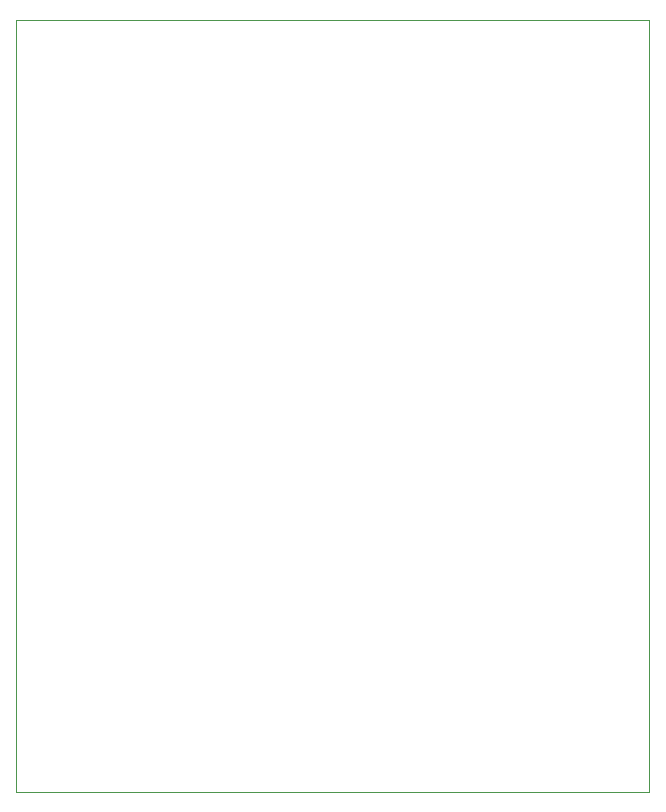
<source format=gm1>
%TF.GenerationSoftware,KiCad,Pcbnew,(6.99.0-1698-gc3bed8f6ee)*%
%TF.CreationDate,2022-04-26T12:30:48-05:00*%
%TF.ProjectId,Pneumatics Control Unit V1,506e6575-6d61-4746-9963-7320436f6e74,rev?*%
%TF.SameCoordinates,Original*%
%TF.FileFunction,Profile,NP*%
%FSLAX46Y46*%
G04 Gerber Fmt 4.6, Leading zero omitted, Abs format (unit mm)*
G04 Created by KiCad (PCBNEW (6.99.0-1698-gc3bed8f6ee)) date 2022-04-26 12:30:48*
%MOMM*%
%LPD*%
G01*
G04 APERTURE LIST*
%TA.AperFunction,Profile*%
%ADD10C,0.100000*%
%TD*%
G04 APERTURE END LIST*
D10*
X103759000Y-65405000D02*
X157353000Y-65405000D01*
X157353000Y-65405000D02*
X157353000Y-130810000D01*
X157353000Y-130810000D02*
X103759000Y-130810000D01*
X103759000Y-130810000D02*
X103759000Y-65405000D01*
M02*

</source>
